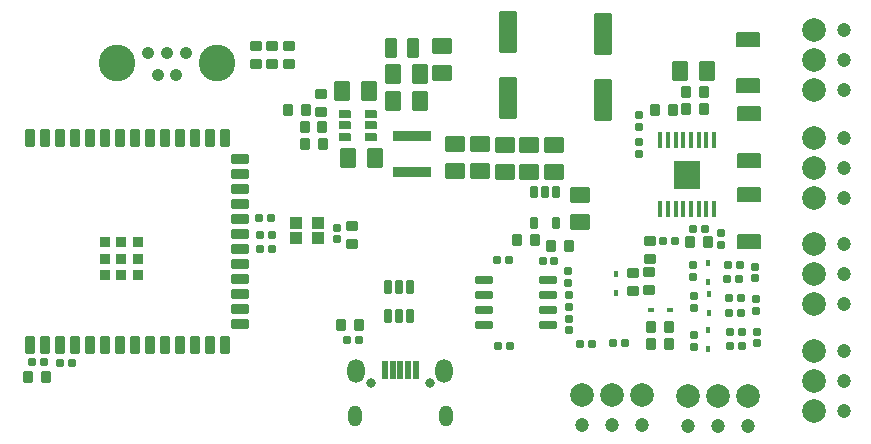
<source format=gbr>
%TF.GenerationSoftware,Altium Limited,Altium Designer,25.4.2 (15)*%
G04 Layer_Color=255*
%FSLAX45Y45*%
%MOMM*%
%TF.SameCoordinates,9A986A7D-484F-4AC0-AE4B-942BB78B8B2C*%
%TF.FilePolarity,Positive*%
%TF.FileFunction,Pads,Top*%
%TF.Part,Single*%
G01*
G75*
%TA.AperFunction,ConnectorPad*%
G04:AMPARAMS|DCode=10|XSize=0.45mm|YSize=1.6mm|CornerRadius=0.05625mm|HoleSize=0mm|Usage=FLASHONLY|Rotation=0.000|XOffset=0mm|YOffset=0mm|HoleType=Round|Shape=RoundedRectangle|*
%AMROUNDEDRECTD10*
21,1,0.45000,1.48750,0,0,0.0*
21,1,0.33750,1.60000,0,0,0.0*
1,1,0.11250,0.16875,-0.74375*
1,1,0.11250,-0.16875,-0.74375*
1,1,0.11250,-0.16875,0.74375*
1,1,0.11250,0.16875,0.74375*
%
%ADD10ROUNDEDRECTD10*%
%TA.AperFunction,SMDPad,CuDef*%
G04:AMPARAMS|DCode=11|XSize=0.6mm|YSize=0.7mm|CornerRadius=0.075mm|HoleSize=0mm|Usage=FLASHONLY|Rotation=90.000|XOffset=0mm|YOffset=0mm|HoleType=Round|Shape=RoundedRectangle|*
%AMROUNDEDRECTD11*
21,1,0.60000,0.55000,0,0,90.0*
21,1,0.45000,0.70000,0,0,90.0*
1,1,0.15000,0.27500,0.22500*
1,1,0.15000,0.27500,-0.22500*
1,1,0.15000,-0.27500,-0.22500*
1,1,0.15000,-0.27500,0.22500*
%
%ADD11ROUNDEDRECTD11*%
G04:AMPARAMS|DCode=12|XSize=0.9mm|YSize=0.9mm|CornerRadius=0.1125mm|HoleSize=0mm|Usage=FLASHONLY|Rotation=90.000|XOffset=0mm|YOffset=0mm|HoleType=Round|Shape=RoundedRectangle|*
%AMROUNDEDRECTD12*
21,1,0.90000,0.67500,0,0,90.0*
21,1,0.67500,0.90000,0,0,90.0*
1,1,0.22500,0.33750,0.33750*
1,1,0.22500,0.33750,-0.33750*
1,1,0.22500,-0.33750,-0.33750*
1,1,0.22500,-0.33750,0.33750*
%
%ADD12ROUNDEDRECTD12*%
%TA.AperFunction,ConnectorPad*%
G04:AMPARAMS|DCode=13|XSize=1.5mm|YSize=0.9mm|CornerRadius=0.225mm|HoleSize=0mm|Usage=FLASHONLY|Rotation=90.000|XOffset=0mm|YOffset=0mm|HoleType=Round|Shape=RoundedRectangle|*
%AMROUNDEDRECTD13*
21,1,1.50000,0.45000,0,0,90.0*
21,1,1.05000,0.90000,0,0,90.0*
1,1,0.45000,0.22500,0.52500*
1,1,0.45000,0.22500,-0.52500*
1,1,0.45000,-0.22500,-0.52500*
1,1,0.45000,-0.22500,0.52500*
%
%ADD13ROUNDEDRECTD13*%
G04:AMPARAMS|DCode=14|XSize=1.5mm|YSize=0.9mm|CornerRadius=0.225mm|HoleSize=0mm|Usage=FLASHONLY|Rotation=180.000|XOffset=0mm|YOffset=0mm|HoleType=Round|Shape=RoundedRectangle|*
%AMROUNDEDRECTD14*
21,1,1.50000,0.45000,0,0,180.0*
21,1,1.05000,0.90000,0,0,180.0*
1,1,0.45000,-0.52500,0.22500*
1,1,0.45000,0.52500,0.22500*
1,1,0.45000,0.52500,-0.22500*
1,1,0.45000,-0.52500,-0.22500*
%
%ADD14ROUNDEDRECTD14*%
G04:AMPARAMS|DCode=15|XSize=1.6mm|YSize=3.5mm|CornerRadius=0.2mm|HoleSize=0mm|Usage=FLASHONLY|Rotation=0.000|XOffset=0mm|YOffset=0mm|HoleType=Round|Shape=RoundedRectangle|*
%AMROUNDEDRECTD15*
21,1,1.60000,3.10000,0,0,0.0*
21,1,1.20000,3.50000,0,0,0.0*
1,1,0.40000,0.60000,-1.55000*
1,1,0.40000,-0.60000,-1.55000*
1,1,0.40000,-0.60000,1.55000*
1,1,0.40000,0.60000,1.55000*
%
%ADD15ROUNDEDRECTD15*%
%TA.AperFunction,SMDPad,CuDef*%
G04:AMPARAMS|DCode=16|XSize=0.6mm|YSize=1.45mm|CornerRadius=0.075mm|HoleSize=0mm|Usage=FLASHONLY|Rotation=90.000|XOffset=0mm|YOffset=0mm|HoleType=Round|Shape=RoundedRectangle|*
%AMROUNDEDRECTD16*
21,1,0.60000,1.30000,0,0,90.0*
21,1,0.45000,1.45000,0,0,90.0*
1,1,0.15000,0.65000,0.22500*
1,1,0.15000,0.65000,-0.22500*
1,1,0.15000,-0.65000,-0.22500*
1,1,0.15000,-0.65000,0.22500*
%
%ADD16ROUNDEDRECTD16*%
G04:AMPARAMS|DCode=17|XSize=0.8mm|YSize=1mm|CornerRadius=0.1mm|HoleSize=0mm|Usage=FLASHONLY|Rotation=270.000|XOffset=0mm|YOffset=0mm|HoleType=Round|Shape=RoundedRectangle|*
%AMROUNDEDRECTD17*
21,1,0.80000,0.80000,0,0,270.0*
21,1,0.60000,1.00000,0,0,270.0*
1,1,0.20000,-0.40000,-0.30000*
1,1,0.20000,-0.40000,0.30000*
1,1,0.20000,0.40000,0.30000*
1,1,0.20000,0.40000,-0.30000*
%
%ADD17ROUNDEDRECTD17*%
G04:AMPARAMS|DCode=18|XSize=1.4mm|YSize=1.7mm|CornerRadius=0.175mm|HoleSize=0mm|Usage=FLASHONLY|Rotation=270.000|XOffset=0mm|YOffset=0mm|HoleType=Round|Shape=RoundedRectangle|*
%AMROUNDEDRECTD18*
21,1,1.40000,1.35000,0,0,270.0*
21,1,1.05000,1.70000,0,0,270.0*
1,1,0.35000,-0.67500,-0.52500*
1,1,0.35000,-0.67500,0.52500*
1,1,0.35000,0.67500,0.52500*
1,1,0.35000,0.67500,-0.52500*
%
%ADD18ROUNDEDRECTD18*%
G04:AMPARAMS|DCode=19|XSize=1.4mm|YSize=1.7mm|CornerRadius=0.175mm|HoleSize=0mm|Usage=FLASHONLY|Rotation=180.000|XOffset=0mm|YOffset=0mm|HoleType=Round|Shape=RoundedRectangle|*
%AMROUNDEDRECTD19*
21,1,1.40000,1.35000,0,0,180.0*
21,1,1.05000,1.70000,0,0,180.0*
1,1,0.35000,-0.52500,0.67500*
1,1,0.35000,0.52500,0.67500*
1,1,0.35000,0.52500,-0.67500*
1,1,0.35000,-0.52500,-0.67500*
%
%ADD19ROUNDEDRECTD19*%
G04:AMPARAMS|DCode=20|XSize=0.8mm|YSize=1mm|CornerRadius=0.1mm|HoleSize=0mm|Usage=FLASHONLY|Rotation=0.000|XOffset=0mm|YOffset=0mm|HoleType=Round|Shape=RoundedRectangle|*
%AMROUNDEDRECTD20*
21,1,0.80000,0.80000,0,0,0.0*
21,1,0.60000,1.00000,0,0,0.0*
1,1,0.20000,0.30000,-0.40000*
1,1,0.20000,-0.30000,-0.40000*
1,1,0.20000,-0.30000,0.40000*
1,1,0.20000,0.30000,0.40000*
%
%ADD20ROUNDEDRECTD20*%
%ADD21R,1.00000X1.00000*%
G04:AMPARAMS|DCode=22|XSize=0.6mm|YSize=0.7mm|CornerRadius=0.075mm|HoleSize=0mm|Usage=FLASHONLY|Rotation=0.000|XOffset=0mm|YOffset=0mm|HoleType=Round|Shape=RoundedRectangle|*
%AMROUNDEDRECTD22*
21,1,0.60000,0.55000,0,0,0.0*
21,1,0.45000,0.70000,0,0,0.0*
1,1,0.15000,0.22500,-0.27500*
1,1,0.15000,-0.22500,-0.27500*
1,1,0.15000,-0.22500,0.27500*
1,1,0.15000,0.22500,0.27500*
%
%ADD22ROUNDEDRECTD22*%
%ADD23R,0.42000X0.55000*%
%ADD24R,0.55000X0.42000*%
G04:AMPARAMS|DCode=25|XSize=0.6mm|YSize=1.05mm|CornerRadius=0.075mm|HoleSize=0mm|Usage=FLASHONLY|Rotation=0.000|XOffset=0mm|YOffset=0mm|HoleType=Round|Shape=RoundedRectangle|*
%AMROUNDEDRECTD25*
21,1,0.60000,0.90000,0,0,0.0*
21,1,0.45000,1.05000,0,0,0.0*
1,1,0.15000,0.22500,-0.45000*
1,1,0.15000,-0.22500,-0.45000*
1,1,0.15000,-0.22500,0.45000*
1,1,0.15000,0.22500,0.45000*
%
%ADD25ROUNDEDRECTD25*%
G04:AMPARAMS|DCode=26|XSize=1.27mm|YSize=2.1mm|CornerRadius=0.15875mm|HoleSize=0mm|Usage=FLASHONLY|Rotation=90.000|XOffset=0mm|YOffset=0mm|HoleType=Round|Shape=RoundedRectangle|*
%AMROUNDEDRECTD26*
21,1,1.27000,1.78250,0,0,90.0*
21,1,0.95250,2.10000,0,0,90.0*
1,1,0.31750,0.89125,0.47625*
1,1,0.31750,0.89125,-0.47625*
1,1,0.31750,-0.89125,-0.47625*
1,1,0.31750,-0.89125,0.47625*
%
%ADD26ROUNDEDRECTD26*%
G04:AMPARAMS|DCode=27|XSize=0.7mm|YSize=1mm|CornerRadius=0.0875mm|HoleSize=0mm|Usage=FLASHONLY|Rotation=270.000|XOffset=0mm|YOffset=0mm|HoleType=Round|Shape=RoundedRectangle|*
%AMROUNDEDRECTD27*
21,1,0.70000,0.82500,0,0,270.0*
21,1,0.52500,1.00000,0,0,270.0*
1,1,0.17500,-0.41250,-0.26250*
1,1,0.17500,-0.41250,0.26250*
1,1,0.17500,0.41250,0.26250*
1,1,0.17500,0.41250,-0.26250*
%
%ADD27ROUNDEDRECTD27*%
G04:AMPARAMS|DCode=28|XSize=1mm|YSize=1.7mm|CornerRadius=0.125mm|HoleSize=0mm|Usage=FLASHONLY|Rotation=180.000|XOffset=0mm|YOffset=0mm|HoleType=Round|Shape=RoundedRectangle|*
%AMROUNDEDRECTD28*
21,1,1.00000,1.45000,0,0,180.0*
21,1,0.75000,1.70000,0,0,180.0*
1,1,0.25000,-0.37500,0.72500*
1,1,0.25000,0.37500,0.72500*
1,1,0.25000,0.37500,-0.72500*
1,1,0.25000,-0.37500,-0.72500*
%
%ADD28ROUNDEDRECTD28*%
%ADD29R,3.30000X0.95000*%
%ADD30R,2.31000X2.46000*%
%ADD31R,0.45000X1.47500*%
G04:AMPARAMS|DCode=32|XSize=0.6mm|YSize=1.2mm|CornerRadius=0.075mm|HoleSize=0mm|Usage=FLASHONLY|Rotation=0.000|XOffset=0mm|YOffset=0mm|HoleType=Round|Shape=RoundedRectangle|*
%AMROUNDEDRECTD32*
21,1,0.60000,1.05000,0,0,0.0*
21,1,0.45000,1.20000,0,0,0.0*
1,1,0.15000,0.22500,-0.52500*
1,1,0.15000,-0.22500,-0.52500*
1,1,0.15000,-0.22500,0.52500*
1,1,0.15000,0.22500,0.52500*
%
%ADD32ROUNDEDRECTD32*%
%TA.AperFunction,ComponentPad*%
%ADD40C,1.20000*%
%ADD41C,2.00000*%
%ADD42C,0.80000*%
%ADD43O,1.15000X1.80000*%
%ADD44O,1.45000X2.00000*%
%ADD45C,3.10000*%
%ADD46C,1.05000*%
D10*
X10079971Y5969988D02*
D03*
X10014972D02*
D03*
X9949971D02*
D03*
X9884971D02*
D03*
X9819971D02*
D03*
D11*
X11969972Y8129989D02*
D03*
Y8029989D02*
D03*
X12436620Y6266779D02*
D03*
Y6166779D02*
D03*
X9413500Y7074500D02*
D03*
Y7174500D02*
D03*
X12432300Y6494700D02*
D03*
Y6594700D02*
D03*
X12425900Y6759700D02*
D03*
Y6859700D02*
D03*
X12973599Y6294700D02*
D03*
Y6194700D02*
D03*
X12962201Y6569700D02*
D03*
Y6469700D02*
D03*
X12950800Y6844700D02*
D03*
Y6744700D02*
D03*
X11973079Y7900079D02*
D03*
Y7800079D02*
D03*
X12667500Y7125441D02*
D03*
Y7025441D02*
D03*
X11375800Y6303700D02*
D03*
Y6403700D02*
D03*
X11377100Y6503700D02*
D03*
Y6603700D02*
D03*
X11365300Y6703700D02*
D03*
Y6803700D02*
D03*
D12*
X7726000Y6909600D02*
D03*
Y6769600D02*
D03*
X7446000D02*
D03*
X7586000D02*
D03*
Y6909600D02*
D03*
X7446000D02*
D03*
Y7049600D02*
D03*
X7586000D02*
D03*
X7726000D02*
D03*
D13*
X7576500Y6184600D02*
D03*
X7449500D02*
D03*
X6941500D02*
D03*
X6814500D02*
D03*
X7068500D02*
D03*
X7322500D02*
D03*
X7195500D02*
D03*
X8465500D02*
D03*
X8338500D02*
D03*
X8211500D02*
D03*
X8084500D02*
D03*
X7957500D02*
D03*
X7830500D02*
D03*
X7703500D02*
D03*
X8465500Y7934600D02*
D03*
X8338500D02*
D03*
X8211500D02*
D03*
X8084500D02*
D03*
X7957500D02*
D03*
X7830500D02*
D03*
X7703500D02*
D03*
X7576500D02*
D03*
X7449500D02*
D03*
X7322500D02*
D03*
X7195500D02*
D03*
X7068500D02*
D03*
X6941500D02*
D03*
X6814500D02*
D03*
D14*
X8590500Y7377100D02*
D03*
Y6742100D02*
D03*
Y6996100D02*
D03*
Y6869100D02*
D03*
Y6361100D02*
D03*
Y6488100D02*
D03*
Y6615100D02*
D03*
Y7123100D02*
D03*
Y7250100D02*
D03*
Y7504100D02*
D03*
Y7631100D02*
D03*
Y7758100D02*
D03*
D15*
X10863500Y8272300D02*
D03*
Y8832300D02*
D03*
X11669100Y8812300D02*
D03*
Y8252300D02*
D03*
D16*
X11200100Y6354200D02*
D03*
Y6481200D02*
D03*
Y6608200D02*
D03*
Y6735200D02*
D03*
X10655100Y6354200D02*
D03*
Y6481200D02*
D03*
Y6608200D02*
D03*
Y6735200D02*
D03*
D17*
X9276880Y8151900D02*
D03*
Y8301900D02*
D03*
X9538600Y7186800D02*
D03*
Y7036800D02*
D03*
X9006000Y8709200D02*
D03*
Y8559200D02*
D03*
X8729800Y8710800D02*
D03*
Y8560800D02*
D03*
X8866400Y8558500D02*
D03*
Y8708500D02*
D03*
X12065799Y7061400D02*
D03*
Y6911400D02*
D03*
X11918400Y6636400D02*
D03*
Y6786400D02*
D03*
X12056800Y6798700D02*
D03*
Y6648700D02*
D03*
D18*
X10415880Y7879700D02*
D03*
Y7651100D02*
D03*
X10627480Y7879700D02*
D03*
Y7651100D02*
D03*
X10299964Y8485694D02*
D03*
Y8714294D02*
D03*
X11254600Y7648400D02*
D03*
Y7877000D02*
D03*
X11043000Y7648399D02*
D03*
Y7876999D02*
D03*
X10832200Y7648400D02*
D03*
Y7877000D02*
D03*
X11470601Y7223400D02*
D03*
Y7452000D02*
D03*
D19*
X10114306Y8474961D02*
D03*
X9885706D02*
D03*
X10114306Y8249962D02*
D03*
X9885706D02*
D03*
X12320800Y8497700D02*
D03*
X12549400D02*
D03*
X9731600Y7766920D02*
D03*
X9503000D02*
D03*
X9458400Y8334480D02*
D03*
X9687000D02*
D03*
D20*
X12371901Y8182200D02*
D03*
X12521901D02*
D03*
X12371900Y8318800D02*
D03*
X12521900D02*
D03*
X12073701Y6329800D02*
D03*
X12223700D02*
D03*
X12223700Y6191400D02*
D03*
X12073700D02*
D03*
X10938100Y7066400D02*
D03*
X11088100D02*
D03*
X9139200Y8026720D02*
D03*
X9289200D02*
D03*
X9001900Y8169520D02*
D03*
X9151900D02*
D03*
X9293101Y7885280D02*
D03*
X9143101D02*
D03*
X12552700Y7052900D02*
D03*
X12402700D02*
D03*
X12109400Y8169100D02*
D03*
X12259400D02*
D03*
X6796100Y5908900D02*
D03*
X6946100D02*
D03*
X9447640Y6353768D02*
D03*
X9597640D02*
D03*
X11378300Y7015100D02*
D03*
X11228300D02*
D03*
D21*
X9069300Y7088500D02*
D03*
Y7213500D02*
D03*
X9254300D02*
D03*
Y7088500D02*
D03*
D22*
X8853200Y7251900D02*
D03*
X8753200D02*
D03*
X8860500Y7115500D02*
D03*
X8760500D02*
D03*
X8860500Y6994100D02*
D03*
X8760500D02*
D03*
X12817999Y6742000D02*
D03*
X12718000D02*
D03*
X12830299Y6455600D02*
D03*
X12730300D02*
D03*
X12845300Y6169201D02*
D03*
X12745300D02*
D03*
X12739700Y6292200D02*
D03*
X12839700D02*
D03*
X12734727Y6576158D02*
D03*
X12834727D02*
D03*
X12724700Y6860001D02*
D03*
X12824699D02*
D03*
X12427700Y7166300D02*
D03*
X12527700D02*
D03*
X12177900Y7057400D02*
D03*
X12277900D02*
D03*
X6933400Y6035800D02*
D03*
X6833400D02*
D03*
X7171100Y6029100D02*
D03*
X7071100D02*
D03*
X9596786Y6223048D02*
D03*
X9496786D02*
D03*
X11153700Y6889800D02*
D03*
X11253700D02*
D03*
X10871700Y6898200D02*
D03*
X10771700D02*
D03*
X10778700Y6171500D02*
D03*
X10878700D02*
D03*
X11471300Y6191700D02*
D03*
X11571300D02*
D03*
X11853300Y6195900D02*
D03*
X11753300D02*
D03*
D23*
X11773800Y6780100D02*
D03*
Y6620100D02*
D03*
X12557200Y6305400D02*
D03*
Y6145400D02*
D03*
X12560800Y6610400D02*
D03*
Y6450400D02*
D03*
X12554400Y6875400D02*
D03*
Y6715400D02*
D03*
D24*
X12230100Y6478800D02*
D03*
X12070100D02*
D03*
D25*
X11270400Y7477400D02*
D03*
X11175400D02*
D03*
X11080400D02*
D03*
Y7212400D02*
D03*
X11270400D02*
D03*
D26*
X12897099Y8767000D02*
D03*
Y8370000D02*
D03*
X12903200Y7739000D02*
D03*
Y8136000D02*
D03*
Y7450200D02*
D03*
Y7053200D02*
D03*
D27*
X9477580Y8134600D02*
D03*
Y8039600D02*
D03*
Y7944600D02*
D03*
X9697580Y8134600D02*
D03*
Y8039600D02*
D03*
Y7944600D02*
D03*
D28*
X10060000Y8698720D02*
D03*
X9870000D02*
D03*
D29*
X10047300Y7949480D02*
D03*
Y7644480D02*
D03*
D30*
X12379300Y7622700D02*
D03*
D31*
X12151800Y7916500D02*
D03*
X12216800D02*
D03*
X12281800D02*
D03*
X12346800D02*
D03*
X12411800D02*
D03*
X12476800D02*
D03*
X12541800D02*
D03*
X12606800D02*
D03*
Y7328900D02*
D03*
X12541800D02*
D03*
X12476800D02*
D03*
X12411800D02*
D03*
X12346800D02*
D03*
X12281800D02*
D03*
X12216800D02*
D03*
X12151800D02*
D03*
D32*
X9845900Y6670300D02*
D03*
X9940900D02*
D03*
X10035900D02*
D03*
Y6430300D02*
D03*
X9940900D02*
D03*
X9845900D02*
D03*
D40*
X13703700Y7937500D02*
D03*
Y7683500D02*
D03*
Y7429500D02*
D03*
X12389000Y5492300D02*
D03*
X12643000D02*
D03*
X12897000D02*
D03*
X13703700Y6527800D02*
D03*
Y6781800D02*
D03*
Y7035800D02*
D03*
Y5626100D02*
D03*
Y5880100D02*
D03*
Y6134100D02*
D03*
Y8343500D02*
D03*
Y8597500D02*
D03*
Y8851500D02*
D03*
X11487700Y5503000D02*
D03*
X11741700D02*
D03*
X11995700D02*
D03*
D41*
X13449699Y7937500D02*
D03*
Y7683500D02*
D03*
Y7429500D02*
D03*
X12389000Y5746300D02*
D03*
X12643000D02*
D03*
X12897000D02*
D03*
X13449699Y6527800D02*
D03*
Y6781800D02*
D03*
Y7035800D02*
D03*
Y5626100D02*
D03*
Y5880100D02*
D03*
Y6134100D02*
D03*
Y8343500D02*
D03*
Y8597500D02*
D03*
Y8851500D02*
D03*
X11487700Y5757000D02*
D03*
X11741700D02*
D03*
X11995700D02*
D03*
D42*
X10199971Y5854989D02*
D03*
X9699971D02*
D03*
D43*
X10337472Y5579988D02*
D03*
X9562471D02*
D03*
D44*
X10322471Y5959988D02*
D03*
X9577472D02*
D03*
D45*
X7554341Y8564610D02*
D03*
X8394341D02*
D03*
D46*
X7814341Y8654610D02*
D03*
X7894341Y8464610D02*
D03*
X7974341Y8654610D02*
D03*
X8054341Y8464610D02*
D03*
X8134341Y8654610D02*
D03*
%TF.MD5,ec442d9829cd5e06d92300e5ff4efad7*%
M02*

</source>
